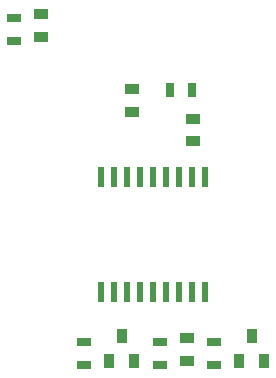
<source format=gtp>
G04*
G04 #@! TF.GenerationSoftware,Altium Limited,Altium Designer,19.0.10 (269)*
G04*
G04 Layer_Color=8421504*
%FSLAX25Y25*%
%MOIN*%
G70*
G01*
G75*
%ADD12R,0.02362X0.07087*%
%ADD13R,0.05118X0.02756*%
%ADD14R,0.05118X0.03543*%
%ADD15R,0.02756X0.05118*%
%ADD16R,0.03543X0.04724*%
D12*
X69882Y-108563D02*
D03*
X35236D02*
D03*
X43898D02*
D03*
X39567D02*
D03*
X48228D02*
D03*
X52559D02*
D03*
X56890D02*
D03*
X61221D02*
D03*
X65551D02*
D03*
X35236Y-70374D02*
D03*
X39567D02*
D03*
X43898D02*
D03*
X48228D02*
D03*
X52559D02*
D03*
X56890D02*
D03*
X61221D02*
D03*
X65551D02*
D03*
X69882D02*
D03*
D13*
X72835Y-132972D02*
D03*
Y-125492D02*
D03*
X6299Y-25000D02*
D03*
Y-17520D02*
D03*
X29528Y-132874D02*
D03*
Y-125394D02*
D03*
X54724Y-125394D02*
D03*
Y-132874D02*
D03*
D14*
X65748Y-50984D02*
D03*
Y-58465D02*
D03*
X45669Y-48622D02*
D03*
Y-41142D02*
D03*
X15354Y-23524D02*
D03*
Y-16043D02*
D03*
X63779Y-124114D02*
D03*
Y-131595D02*
D03*
D15*
X58071Y-41339D02*
D03*
X65551D02*
D03*
D16*
X46281Y-131740D02*
D03*
X38013D02*
D03*
X42147Y-123472D02*
D03*
X89589Y-131543D02*
D03*
X81322D02*
D03*
X85455Y-123275D02*
D03*
M02*

</source>
